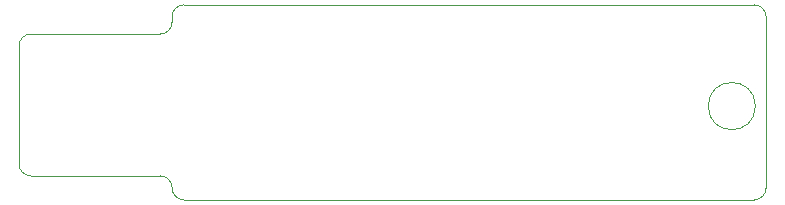
<source format=gbr>
%TF.GenerationSoftware,KiCad,Pcbnew,9.0.6*%
%TF.CreationDate,2025-11-06T17:37:24+11:00*%
%TF.ProjectId,catch-the-led,63617463-682d-4746-9865-2d6c65642e6b,rev?*%
%TF.SameCoordinates,Original*%
%TF.FileFunction,Profile,NP*%
%FSLAX46Y46*%
G04 Gerber Fmt 4.6, Leading zero omitted, Abs format (unit mm)*
G04 Created by KiCad (PCBNEW 9.0.6) date 2025-11-06 17:37:24*
%MOMM*%
%LPD*%
G01*
G04 APERTURE LIST*
%TA.AperFunction,Profile*%
%ADD10C,0.050000*%
%TD*%
G04 APERTURE END LIST*
D10*
X178910991Y-92194500D02*
X178910991Y-106704500D01*
X128618991Y-92670500D02*
X128618991Y-92194500D01*
X128618991Y-92670500D02*
G75*
G02*
X127618991Y-93670491I-999991J0D01*
G01*
X127618991Y-105672500D02*
X116660500Y-105672500D01*
X178010500Y-99770500D02*
G75*
G02*
X174010500Y-99770500I-2000000J0D01*
G01*
X174010500Y-99770500D02*
G75*
G02*
X178010500Y-99770500I2000000J0D01*
G01*
X128618991Y-106704500D02*
X128618991Y-106672500D01*
X127618991Y-105672500D02*
G75*
G02*
X128619000Y-106672500I9J-1000000D01*
G01*
X129618991Y-107704500D02*
G75*
G02*
X128619000Y-106704500I9J1000000D01*
G01*
X116660500Y-93670500D02*
X127618991Y-93670500D01*
X178910991Y-106704500D02*
G75*
G02*
X177910991Y-107704491I-999991J0D01*
G01*
X177910991Y-91194500D02*
G75*
G02*
X178911000Y-92194500I9J-1000000D01*
G01*
X115660500Y-94670500D02*
G75*
G02*
X116660500Y-93670500I1000000J0D01*
G01*
X116660500Y-105672500D02*
G75*
G02*
X115660500Y-104672500I0J1000000D01*
G01*
X115660500Y-104672500D02*
X115660500Y-94670500D01*
X129618991Y-91194500D02*
X177910991Y-91194500D01*
X128618991Y-92194500D02*
G75*
G02*
X129618991Y-91194491I1000009J0D01*
G01*
X177910991Y-107704500D02*
X129618991Y-107704500D01*
M02*

</source>
